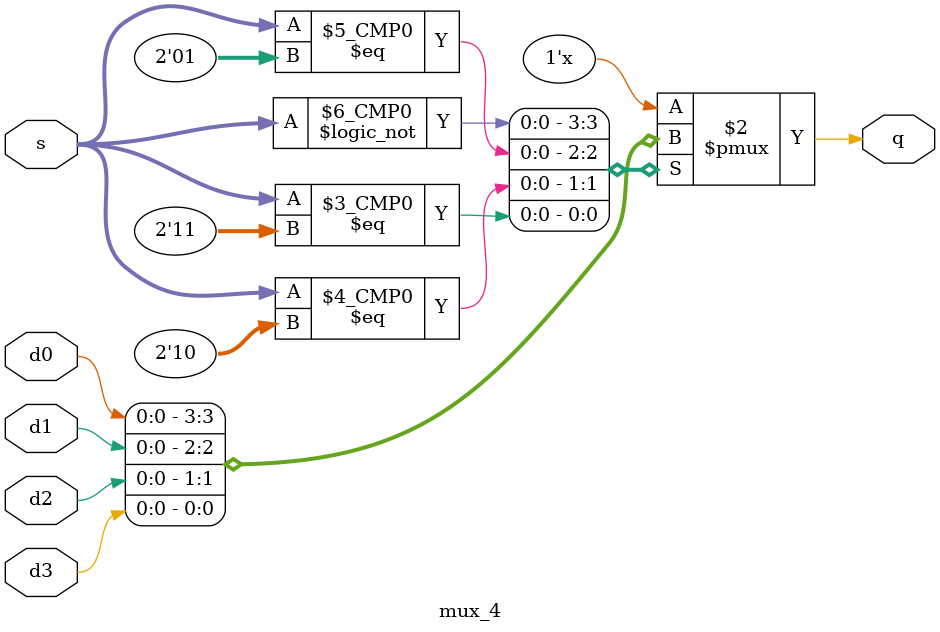
<source format=v>

module mux_4(d0, d1, d2, d3, s, q);
  
  parameter bit=1;
  
  input [bit-1:0] d0;
  input [bit-1:0] d1;
  input [bit-1:0] d2;
  input [bit-1:0] d3;
  input [1:0] s;
  output reg [bit-1:0] q;
  
  always @ (*)
  begin
    case (s)
      2'b00: q <= d0;
      2'b01: q <= d1;
      2'b10: q <= d2;
      2'b11: q <= d3;
    endcase
  end
  
endmodule
</source>
